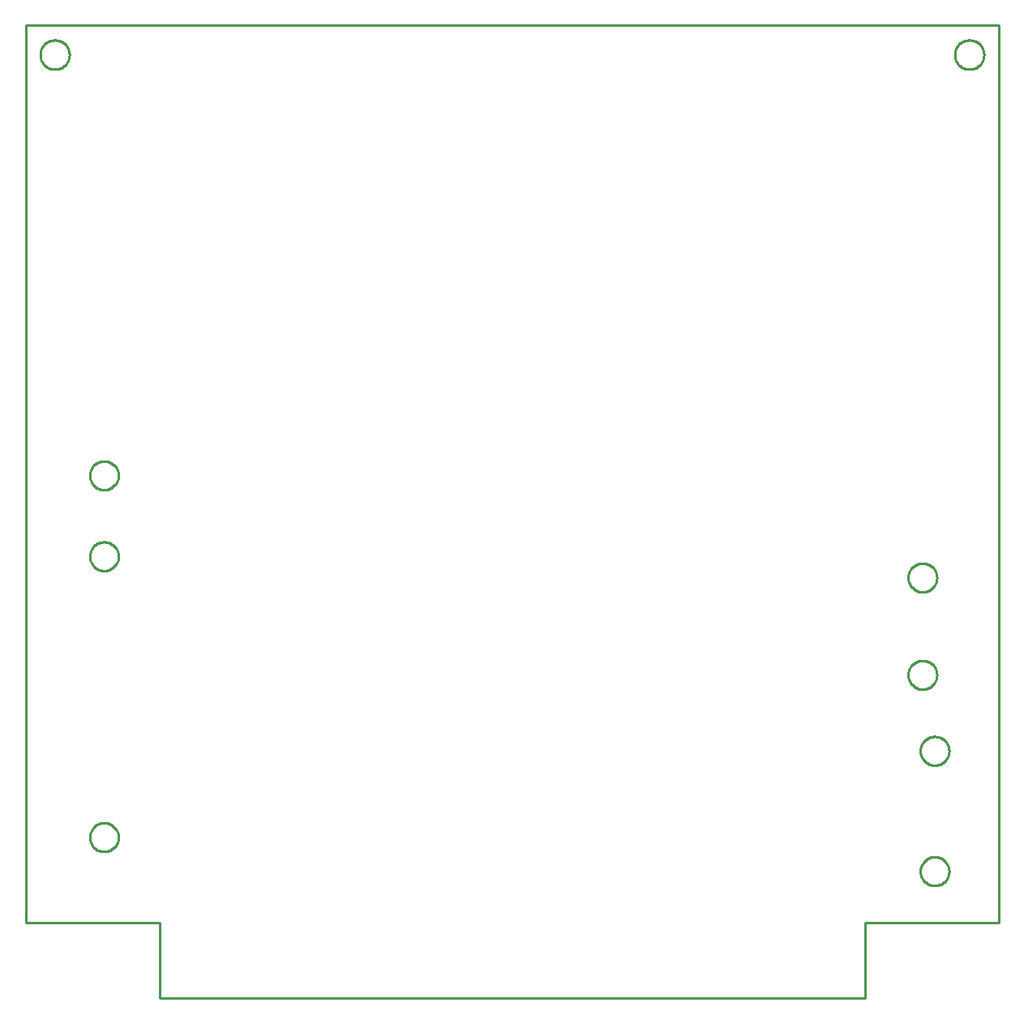
<source format=gbr>
G04 EAGLE Gerber RS-274X export*
G75*
%MOMM*%
%FSLAX34Y34*%
%LPD*%
%IN*%
%IPPOS*%
%AMOC8*
5,1,8,0,0,1.08239X$1,22.5*%
G01*
%ADD10C,0.254000*%


D10*
X0Y78740D02*
X139700Y78740D01*
X139700Y0D01*
X876300Y0D01*
X876300Y78740D01*
X1016000Y78740D01*
X1016000Y1016000D01*
X0Y1016000D01*
X0Y78740D01*
X45720Y984976D02*
X45642Y983890D01*
X45487Y982812D01*
X45256Y981749D01*
X44949Y980704D01*
X44569Y979684D01*
X44117Y978694D01*
X43595Y977739D01*
X43006Y976823D01*
X42354Y975951D01*
X41641Y975129D01*
X40871Y974359D01*
X40049Y973646D01*
X39177Y972994D01*
X38261Y972405D01*
X37306Y971883D01*
X36316Y971431D01*
X35296Y971051D01*
X34251Y970744D01*
X33188Y970513D01*
X32110Y970358D01*
X31024Y970280D01*
X29936Y970280D01*
X28850Y970358D01*
X27772Y970513D01*
X26709Y970744D01*
X25664Y971051D01*
X24644Y971431D01*
X23654Y971883D01*
X22699Y972405D01*
X21783Y972994D01*
X20911Y973646D01*
X20089Y974359D01*
X19319Y975129D01*
X18606Y975951D01*
X17954Y976823D01*
X17365Y977739D01*
X16843Y978694D01*
X16391Y979684D01*
X16011Y980704D01*
X15704Y981749D01*
X15473Y982812D01*
X15318Y983890D01*
X15240Y984976D01*
X15240Y986064D01*
X15318Y987150D01*
X15473Y988228D01*
X15704Y989291D01*
X16011Y990336D01*
X16391Y991356D01*
X16843Y992346D01*
X17365Y993301D01*
X17954Y994217D01*
X18606Y995089D01*
X19319Y995911D01*
X20089Y996681D01*
X20911Y997394D01*
X21783Y998046D01*
X22699Y998635D01*
X23654Y999157D01*
X24644Y999609D01*
X25664Y999989D01*
X26709Y1000296D01*
X27772Y1000527D01*
X28850Y1000682D01*
X29936Y1000760D01*
X31024Y1000760D01*
X32110Y1000682D01*
X33188Y1000527D01*
X34251Y1000296D01*
X35296Y999989D01*
X36316Y999609D01*
X37306Y999157D01*
X38261Y998635D01*
X39177Y998046D01*
X40049Y997394D01*
X40871Y996681D01*
X41641Y995911D01*
X42354Y995089D01*
X43006Y994217D01*
X43595Y993301D01*
X44117Y992346D01*
X44569Y991356D01*
X44949Y990336D01*
X45256Y989291D01*
X45487Y988228D01*
X45642Y987150D01*
X45720Y986064D01*
X45720Y984976D01*
X1000760Y984976D02*
X1000682Y983890D01*
X1000527Y982812D01*
X1000296Y981749D01*
X999989Y980704D01*
X999609Y979684D01*
X999157Y978694D01*
X998635Y977739D01*
X998046Y976823D01*
X997394Y975951D01*
X996681Y975129D01*
X995911Y974359D01*
X995089Y973646D01*
X994217Y972994D01*
X993301Y972405D01*
X992346Y971883D01*
X991356Y971431D01*
X990336Y971051D01*
X989291Y970744D01*
X988228Y970513D01*
X987150Y970358D01*
X986064Y970280D01*
X984976Y970280D01*
X983890Y970358D01*
X982812Y970513D01*
X981749Y970744D01*
X980704Y971051D01*
X979684Y971431D01*
X978694Y971883D01*
X977739Y972405D01*
X976823Y972994D01*
X975951Y973646D01*
X975129Y974359D01*
X974359Y975129D01*
X973646Y975951D01*
X972994Y976823D01*
X972405Y977739D01*
X971883Y978694D01*
X971431Y979684D01*
X971051Y980704D01*
X970744Y981749D01*
X970513Y982812D01*
X970358Y983890D01*
X970280Y984976D01*
X970280Y986064D01*
X970358Y987150D01*
X970513Y988228D01*
X970744Y989291D01*
X971051Y990336D01*
X971431Y991356D01*
X971883Y992346D01*
X972405Y993301D01*
X972994Y994217D01*
X973646Y995089D01*
X974359Y995911D01*
X975129Y996681D01*
X975951Y997394D01*
X976823Y998046D01*
X977739Y998635D01*
X978694Y999157D01*
X979684Y999609D01*
X980704Y999989D01*
X981749Y1000296D01*
X982812Y1000527D01*
X983890Y1000682D01*
X984976Y1000760D01*
X986064Y1000760D01*
X987150Y1000682D01*
X988228Y1000527D01*
X989291Y1000296D01*
X990336Y999989D01*
X991356Y999609D01*
X992346Y999157D01*
X993301Y998635D01*
X994217Y998046D01*
X995089Y997394D01*
X995911Y996681D01*
X996681Y995911D01*
X997394Y995089D01*
X998046Y994217D01*
X998635Y993301D01*
X999157Y992346D01*
X999609Y991356D01*
X999989Y990336D01*
X1000296Y989291D01*
X1000527Y988228D01*
X1000682Y987150D01*
X1000760Y986064D01*
X1000760Y984976D01*
X81404Y446645D02*
X80336Y446721D01*
X79275Y446874D01*
X78228Y447102D01*
X77200Y447404D01*
X76196Y447778D01*
X75221Y448223D01*
X74281Y448737D01*
X73380Y449316D01*
X72522Y449958D01*
X71712Y450660D01*
X70955Y451417D01*
X70253Y452227D01*
X69611Y453085D01*
X69032Y453986D01*
X68518Y454926D01*
X68073Y455901D01*
X67699Y456905D01*
X67397Y457933D01*
X67169Y458980D01*
X67016Y460041D01*
X66940Y461109D01*
X66940Y462181D01*
X67016Y463249D01*
X67169Y464310D01*
X67397Y465357D01*
X67699Y466385D01*
X68073Y467389D01*
X68518Y468364D01*
X69032Y469304D01*
X69611Y470205D01*
X70253Y471063D01*
X70955Y471873D01*
X71712Y472630D01*
X72522Y473332D01*
X73380Y473974D01*
X74281Y474553D01*
X75221Y475067D01*
X76196Y475512D01*
X77200Y475886D01*
X78228Y476188D01*
X79275Y476416D01*
X80336Y476569D01*
X81404Y476645D01*
X82476Y476645D01*
X83544Y476569D01*
X84605Y476416D01*
X85652Y476188D01*
X86680Y475886D01*
X87684Y475512D01*
X88659Y475067D01*
X89599Y474553D01*
X90500Y473974D01*
X91358Y473332D01*
X92168Y472630D01*
X92925Y471873D01*
X93627Y471063D01*
X94269Y470205D01*
X94848Y469304D01*
X95362Y468364D01*
X95807Y467389D01*
X96181Y466385D01*
X96483Y465357D01*
X96711Y464310D01*
X96864Y463249D01*
X96940Y462181D01*
X96940Y461109D01*
X96864Y460041D01*
X96711Y458980D01*
X96483Y457933D01*
X96181Y456905D01*
X95807Y455901D01*
X95362Y454926D01*
X94848Y453986D01*
X94269Y453085D01*
X93627Y452227D01*
X92925Y451417D01*
X92168Y450660D01*
X91358Y449958D01*
X90500Y449316D01*
X89599Y448737D01*
X88659Y448223D01*
X87684Y447778D01*
X86680Y447404D01*
X85652Y447102D01*
X84605Y446874D01*
X83544Y446721D01*
X82476Y446645D01*
X81404Y446645D01*
X81404Y153275D02*
X80336Y153351D01*
X79275Y153504D01*
X78228Y153732D01*
X77200Y154034D01*
X76196Y154408D01*
X75221Y154853D01*
X74281Y155367D01*
X73380Y155946D01*
X72522Y156588D01*
X71712Y157290D01*
X70955Y158047D01*
X70253Y158857D01*
X69611Y159715D01*
X69032Y160616D01*
X68518Y161556D01*
X68073Y162531D01*
X67699Y163535D01*
X67397Y164563D01*
X67169Y165610D01*
X67016Y166671D01*
X66940Y167739D01*
X66940Y168811D01*
X67016Y169879D01*
X67169Y170940D01*
X67397Y171987D01*
X67699Y173015D01*
X68073Y174019D01*
X68518Y174994D01*
X69032Y175934D01*
X69611Y176835D01*
X70253Y177693D01*
X70955Y178503D01*
X71712Y179260D01*
X72522Y179962D01*
X73380Y180604D01*
X74281Y181183D01*
X75221Y181697D01*
X76196Y182142D01*
X77200Y182516D01*
X78228Y182818D01*
X79275Y183046D01*
X80336Y183199D01*
X81404Y183275D01*
X82476Y183275D01*
X83544Y183199D01*
X84605Y183046D01*
X85652Y182818D01*
X86680Y182516D01*
X87684Y182142D01*
X88659Y181697D01*
X89599Y181183D01*
X90500Y180604D01*
X91358Y179962D01*
X92168Y179260D01*
X92925Y178503D01*
X93627Y177693D01*
X94269Y176835D01*
X94848Y175934D01*
X95362Y174994D01*
X95807Y174019D01*
X96181Y173015D01*
X96483Y171987D01*
X96711Y170940D01*
X96864Y169879D01*
X96940Y168811D01*
X96940Y167739D01*
X96864Y166671D01*
X96711Y165610D01*
X96483Y164563D01*
X96181Y163535D01*
X95807Y162531D01*
X95362Y161556D01*
X94848Y160616D01*
X94269Y159715D01*
X93627Y158857D01*
X92925Y158047D01*
X92168Y157290D01*
X91358Y156588D01*
X90500Y155946D01*
X89599Y155367D01*
X88659Y154853D01*
X87684Y154408D01*
X86680Y154034D01*
X85652Y153732D01*
X84605Y153504D01*
X83544Y153351D01*
X82476Y153275D01*
X81404Y153275D01*
X81404Y561100D02*
X80336Y561024D01*
X79275Y560871D01*
X78228Y560643D01*
X77200Y560341D01*
X76196Y559967D01*
X75221Y559522D01*
X74281Y559008D01*
X73380Y558429D01*
X72522Y557787D01*
X71712Y557085D01*
X70955Y556328D01*
X70253Y555518D01*
X69611Y554660D01*
X69032Y553759D01*
X68518Y552819D01*
X68073Y551844D01*
X67699Y550840D01*
X67397Y549812D01*
X67169Y548765D01*
X67016Y547704D01*
X66940Y546636D01*
X66940Y545564D01*
X67016Y544496D01*
X67169Y543435D01*
X67397Y542388D01*
X67699Y541360D01*
X68073Y540356D01*
X68518Y539381D01*
X69032Y538441D01*
X69611Y537540D01*
X70253Y536682D01*
X70955Y535872D01*
X71712Y535115D01*
X72522Y534413D01*
X73380Y533771D01*
X74281Y533192D01*
X75221Y532678D01*
X76196Y532233D01*
X77200Y531859D01*
X78228Y531557D01*
X79275Y531329D01*
X80336Y531176D01*
X81404Y531100D01*
X82476Y531100D01*
X83544Y531176D01*
X84605Y531329D01*
X85652Y531557D01*
X86680Y531859D01*
X87684Y532233D01*
X88659Y532678D01*
X89599Y533192D01*
X90500Y533771D01*
X91358Y534413D01*
X92168Y535115D01*
X92925Y535872D01*
X93627Y536682D01*
X94269Y537540D01*
X94848Y538441D01*
X95362Y539381D01*
X95807Y540356D01*
X96181Y541360D01*
X96483Y542388D01*
X96711Y543435D01*
X96864Y544496D01*
X96940Y545564D01*
X96940Y546636D01*
X96864Y547704D01*
X96711Y548765D01*
X96483Y549812D01*
X96181Y550840D01*
X95807Y551844D01*
X95362Y552819D01*
X94848Y553759D01*
X94269Y554660D01*
X93627Y555518D01*
X92925Y556328D01*
X92168Y557085D01*
X91358Y557787D01*
X90500Y558429D01*
X89599Y559008D01*
X88659Y559522D01*
X87684Y559967D01*
X86680Y560341D01*
X85652Y560643D01*
X84605Y560871D01*
X83544Y561024D01*
X82476Y561100D01*
X81404Y561100D01*
X949836Y243445D02*
X950904Y243521D01*
X951965Y243674D01*
X953012Y243902D01*
X954040Y244204D01*
X955044Y244578D01*
X956019Y245023D01*
X956959Y245537D01*
X957860Y246116D01*
X958718Y246758D01*
X959528Y247460D01*
X960285Y248217D01*
X960987Y249027D01*
X961629Y249885D01*
X962208Y250786D01*
X962722Y251726D01*
X963167Y252701D01*
X963541Y253705D01*
X963843Y254733D01*
X964071Y255780D01*
X964224Y256841D01*
X964300Y257909D01*
X964300Y258981D01*
X964224Y260049D01*
X964071Y261110D01*
X963843Y262157D01*
X963541Y263185D01*
X963167Y264189D01*
X962722Y265164D01*
X962208Y266104D01*
X961629Y267005D01*
X960987Y267863D01*
X960285Y268673D01*
X959528Y269430D01*
X958718Y270132D01*
X957860Y270774D01*
X956959Y271353D01*
X956019Y271867D01*
X955044Y272312D01*
X954040Y272686D01*
X953012Y272988D01*
X951965Y273216D01*
X950904Y273369D01*
X949836Y273445D01*
X948764Y273445D01*
X947696Y273369D01*
X946635Y273216D01*
X945588Y272988D01*
X944560Y272686D01*
X943556Y272312D01*
X942581Y271867D01*
X941641Y271353D01*
X940740Y270774D01*
X939882Y270132D01*
X939072Y269430D01*
X938315Y268673D01*
X937613Y267863D01*
X936971Y267005D01*
X936392Y266104D01*
X935878Y265164D01*
X935433Y264189D01*
X935059Y263185D01*
X934757Y262157D01*
X934529Y261110D01*
X934376Y260049D01*
X934300Y258981D01*
X934300Y257909D01*
X934376Y256841D01*
X934529Y255780D01*
X934757Y254733D01*
X935059Y253705D01*
X935433Y252701D01*
X935878Y251726D01*
X936392Y250786D01*
X936971Y249885D01*
X937613Y249027D01*
X938315Y248217D01*
X939072Y247460D01*
X939882Y246758D01*
X940740Y246116D01*
X941641Y245537D01*
X942581Y245023D01*
X943556Y244578D01*
X944560Y244204D01*
X945588Y243902D01*
X946635Y243674D01*
X947696Y243521D01*
X948764Y243445D01*
X949836Y243445D01*
X949836Y117715D02*
X950904Y117791D01*
X951965Y117944D01*
X953012Y118172D01*
X954040Y118474D01*
X955044Y118848D01*
X956019Y119293D01*
X956959Y119807D01*
X957860Y120386D01*
X958718Y121028D01*
X959528Y121730D01*
X960285Y122487D01*
X960987Y123297D01*
X961629Y124155D01*
X962208Y125056D01*
X962722Y125996D01*
X963167Y126971D01*
X963541Y127975D01*
X963843Y129003D01*
X964071Y130050D01*
X964224Y131111D01*
X964300Y132179D01*
X964300Y133251D01*
X964224Y134319D01*
X964071Y135380D01*
X963843Y136427D01*
X963541Y137455D01*
X963167Y138459D01*
X962722Y139434D01*
X962208Y140374D01*
X961629Y141275D01*
X960987Y142133D01*
X960285Y142943D01*
X959528Y143700D01*
X958718Y144402D01*
X957860Y145044D01*
X956959Y145623D01*
X956019Y146137D01*
X955044Y146582D01*
X954040Y146956D01*
X953012Y147258D01*
X951965Y147486D01*
X950904Y147639D01*
X949836Y147715D01*
X948764Y147715D01*
X947696Y147639D01*
X946635Y147486D01*
X945588Y147258D01*
X944560Y146956D01*
X943556Y146582D01*
X942581Y146137D01*
X941641Y145623D01*
X940740Y145044D01*
X939882Y144402D01*
X939072Y143700D01*
X938315Y142943D01*
X937613Y142133D01*
X936971Y141275D01*
X936392Y140374D01*
X935878Y139434D01*
X935433Y138459D01*
X935059Y137455D01*
X934757Y136427D01*
X934529Y135380D01*
X934376Y134319D01*
X934300Y133251D01*
X934300Y132179D01*
X934376Y131111D01*
X934529Y130050D01*
X934757Y129003D01*
X935059Y127975D01*
X935433Y126971D01*
X935878Y125996D01*
X936392Y125056D01*
X936971Y124155D01*
X937613Y123297D01*
X938315Y122487D01*
X939072Y121730D01*
X939882Y121028D01*
X940740Y120386D01*
X941641Y119807D01*
X942581Y119293D01*
X943556Y118848D01*
X944560Y118474D01*
X945588Y118172D01*
X946635Y117944D01*
X947696Y117791D01*
X948764Y117715D01*
X949836Y117715D01*
X937136Y454420D02*
X938204Y454344D01*
X939265Y454191D01*
X940312Y453963D01*
X941340Y453661D01*
X942344Y453287D01*
X943319Y452842D01*
X944259Y452328D01*
X945160Y451749D01*
X946018Y451107D01*
X946828Y450405D01*
X947585Y449648D01*
X948287Y448838D01*
X948929Y447980D01*
X949508Y447079D01*
X950022Y446139D01*
X950467Y445164D01*
X950841Y444160D01*
X951143Y443132D01*
X951371Y442085D01*
X951524Y441024D01*
X951600Y439956D01*
X951600Y438884D01*
X951524Y437816D01*
X951371Y436755D01*
X951143Y435708D01*
X950841Y434680D01*
X950467Y433676D01*
X950022Y432701D01*
X949508Y431761D01*
X948929Y430860D01*
X948287Y430002D01*
X947585Y429192D01*
X946828Y428435D01*
X946018Y427733D01*
X945160Y427091D01*
X944259Y426512D01*
X943319Y425998D01*
X942344Y425553D01*
X941340Y425179D01*
X940312Y424877D01*
X939265Y424649D01*
X938204Y424496D01*
X937136Y424420D01*
X936064Y424420D01*
X934996Y424496D01*
X933935Y424649D01*
X932888Y424877D01*
X931860Y425179D01*
X930856Y425553D01*
X929881Y425998D01*
X928941Y426512D01*
X928040Y427091D01*
X927182Y427733D01*
X926372Y428435D01*
X925615Y429192D01*
X924913Y430002D01*
X924271Y430860D01*
X923692Y431761D01*
X923178Y432701D01*
X922733Y433676D01*
X922359Y434680D01*
X922057Y435708D01*
X921829Y436755D01*
X921676Y437816D01*
X921600Y438884D01*
X921600Y439956D01*
X921676Y441024D01*
X921829Y442085D01*
X922057Y443132D01*
X922359Y444160D01*
X922733Y445164D01*
X923178Y446139D01*
X923692Y447079D01*
X924271Y447980D01*
X924913Y448838D01*
X925615Y449648D01*
X926372Y450405D01*
X927182Y451107D01*
X928040Y451749D01*
X928941Y452328D01*
X929881Y452842D01*
X930856Y453287D01*
X931860Y453661D01*
X932888Y453963D01*
X933935Y454191D01*
X934996Y454344D01*
X936064Y454420D01*
X937136Y454420D01*
X937136Y322820D02*
X938204Y322896D01*
X939265Y323049D01*
X940312Y323277D01*
X941340Y323579D01*
X942344Y323953D01*
X943319Y324398D01*
X944259Y324912D01*
X945160Y325491D01*
X946018Y326133D01*
X946828Y326835D01*
X947585Y327592D01*
X948287Y328402D01*
X948929Y329260D01*
X949508Y330161D01*
X950022Y331101D01*
X950467Y332076D01*
X950841Y333080D01*
X951143Y334108D01*
X951371Y335155D01*
X951524Y336216D01*
X951600Y337284D01*
X951600Y338356D01*
X951524Y339424D01*
X951371Y340485D01*
X951143Y341532D01*
X950841Y342560D01*
X950467Y343564D01*
X950022Y344539D01*
X949508Y345479D01*
X948929Y346380D01*
X948287Y347238D01*
X947585Y348048D01*
X946828Y348805D01*
X946018Y349507D01*
X945160Y350149D01*
X944259Y350728D01*
X943319Y351242D01*
X942344Y351687D01*
X941340Y352061D01*
X940312Y352363D01*
X939265Y352591D01*
X938204Y352744D01*
X937136Y352820D01*
X936064Y352820D01*
X934996Y352744D01*
X933935Y352591D01*
X932888Y352363D01*
X931860Y352061D01*
X930856Y351687D01*
X929881Y351242D01*
X928941Y350728D01*
X928040Y350149D01*
X927182Y349507D01*
X926372Y348805D01*
X925615Y348048D01*
X924913Y347238D01*
X924271Y346380D01*
X923692Y345479D01*
X923178Y344539D01*
X922733Y343564D01*
X922359Y342560D01*
X922057Y341532D01*
X921829Y340485D01*
X921676Y339424D01*
X921600Y338356D01*
X921600Y337284D01*
X921676Y336216D01*
X921829Y335155D01*
X922057Y334108D01*
X922359Y333080D01*
X922733Y332076D01*
X923178Y331101D01*
X923692Y330161D01*
X924271Y329260D01*
X924913Y328402D01*
X925615Y327592D01*
X926372Y326835D01*
X927182Y326133D01*
X928040Y325491D01*
X928941Y324912D01*
X929881Y324398D01*
X930856Y323953D01*
X931860Y323579D01*
X932888Y323277D01*
X933935Y323049D01*
X934996Y322896D01*
X936064Y322820D01*
X937136Y322820D01*
M02*

</source>
